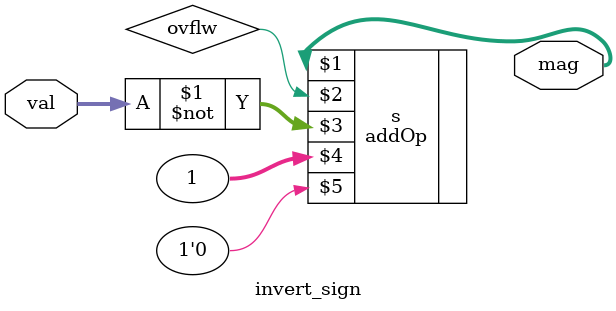
<source format=v>
module div(result, exception, ready, dividend, divisor, clk, clr);
  input [31:0] dividend, divisor;
  input clk, clr;

  output [31:0] result;
  output exception, ready;

  wire [31:0] dividend_pos, divisor_pos;
  wire [31:0] dividend_inv, divisor_inv;
  invert_sign ividend(dividend_inv, dividend);
  invert_sign ivisor(divisor_inv, divisor);

  assign dividend_pos = dividend[31] ? dividend_inv : dividend;
  assign divisor_pos = divisor[31] ? divisor_inv : divisor;

  wire [5:0] cnt;
  counter cntr(cnt, ready, 6'b100000, clk, clr);

  wire [63:0] rq_init, rq_cur, rq_update, rq_fin;

  assign isFirst = ~|cnt;
  assign rq_init = { 32'b0, dividend_pos};

  regdiv rgster(rq_cur, rq_update, clk, 1'b1, clr);

  assign rq_update = isFirst ? rq_init : rq_fin;

  // do one line of division logic
  dorq divsion(rq_fin, rq_cur, divisor_pos);
 
  wire [31:0] q_final, q_inv;
  invert_sign correction(q_inv, rq_fin[31:0]);
  assign q_final = (divisor[31] ^ dividend[31]) ? q_inv : rq_fin[31:0];

  assign result = exception ? 32'b0 : q_final;

  // handle exception
  assign exception = ~|divisor;

endmodule


module dorq(rq_fin, rq_cur, divisor);
  input [63:0] rq_cur;
  input [31:0] divisor;
  output [63:0] rq_fin;

  wire [63:0] shifted;
  assign shifted = rq_cur << 1;

  wire [31:0] r_diff, r_sum;
  wire overflow;
  subOp ss(r_diff, overflow, shifted[63:32], divisor);
  addOp aa(r_sum, overflow, shifted[63:32], divisor, 1'b0);

  assign rq_fin[63:32] = rq_cur[63] ? r_sum : r_diff;
  assign rq_fin[31:1] = shifted[31:1];
  assign rq_fin[0] = ~rq_fin[63];

endmodule

module invert_sign(mag, val);
  input [31:0] val;
  output [31:0] mag;

  wire ovflw;
  addOp s(mag, ovflw, ~val, 1, 1'b0);

endmodule


</source>
